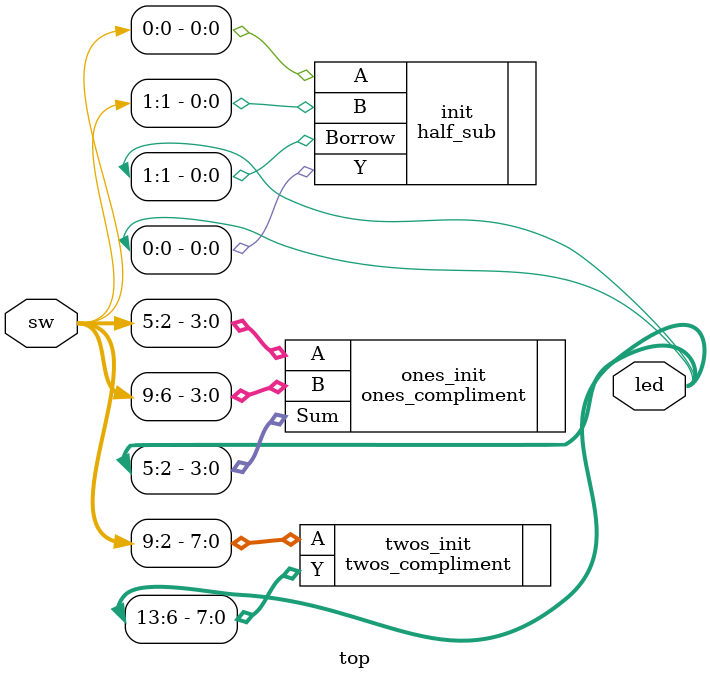
<source format=v>
module top(
    input [9:0] sw,
    output [13:0] led
);

    half_sub init (
        .A(sw[0]),
        .B(sw[1]),
        .Y(led[0]),
        .Borrow(led[1])
    );

    ones_compliment ones_init (
        .A(sw[5:2]),
        .B(sw[9:6]),
        .Sum(led[5:2])
    );

    twos_compliment twos_init (
        .A(sw[9:2]),
        .Y(led[13:6])
    );

endmodule

</source>
